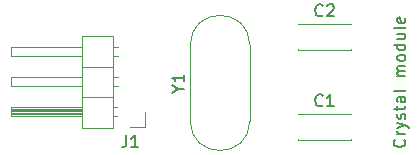
<source format=gbr>
G04 #@! TF.GenerationSoftware,KiCad,Pcbnew,5.1.4-3.fc30*
G04 #@! TF.CreationDate,2019-09-27T12:28:18+02:00*
G04 #@! TF.ProjectId,crystal_connector,63727973-7461-46c5-9f63-6f6e6e656374,1.0*
G04 #@! TF.SameCoordinates,Original*
G04 #@! TF.FileFunction,Legend,Top*
G04 #@! TF.FilePolarity,Positive*
%FSLAX46Y46*%
G04 Gerber Fmt 4.6, Leading zero omitted, Abs format (unit mm)*
G04 Created by KiCad (PCBNEW 5.1.4-3.fc30) date 2019-09-27 12:28:18*
%MOMM*%
%LPD*%
G04 APERTURE LIST*
%ADD10C,0.150000*%
%ADD11C,0.120000*%
G04 APERTURE END LIST*
D10*
X157837142Y-88700952D02*
X157884761Y-88748571D01*
X157932380Y-88891428D01*
X157932380Y-88986666D01*
X157884761Y-89129523D01*
X157789523Y-89224761D01*
X157694285Y-89272380D01*
X157503809Y-89320000D01*
X157360952Y-89320000D01*
X157170476Y-89272380D01*
X157075238Y-89224761D01*
X156980000Y-89129523D01*
X156932380Y-88986666D01*
X156932380Y-88891428D01*
X156980000Y-88748571D01*
X157027619Y-88700952D01*
X157932380Y-88272380D02*
X157265714Y-88272380D01*
X157456190Y-88272380D02*
X157360952Y-88224761D01*
X157313333Y-88177142D01*
X157265714Y-88081904D01*
X157265714Y-87986666D01*
X157265714Y-87748571D02*
X157932380Y-87510476D01*
X157265714Y-87272380D02*
X157932380Y-87510476D01*
X158170476Y-87605714D01*
X158218095Y-87653333D01*
X158265714Y-87748571D01*
X157884761Y-86939047D02*
X157932380Y-86843809D01*
X157932380Y-86653333D01*
X157884761Y-86558095D01*
X157789523Y-86510476D01*
X157741904Y-86510476D01*
X157646666Y-86558095D01*
X157599047Y-86653333D01*
X157599047Y-86796190D01*
X157551428Y-86891428D01*
X157456190Y-86939047D01*
X157408571Y-86939047D01*
X157313333Y-86891428D01*
X157265714Y-86796190D01*
X157265714Y-86653333D01*
X157313333Y-86558095D01*
X157265714Y-86224761D02*
X157265714Y-85843809D01*
X156932380Y-86081904D02*
X157789523Y-86081904D01*
X157884761Y-86034285D01*
X157932380Y-85939047D01*
X157932380Y-85843809D01*
X157932380Y-85081904D02*
X157408571Y-85081904D01*
X157313333Y-85129523D01*
X157265714Y-85224761D01*
X157265714Y-85415238D01*
X157313333Y-85510476D01*
X157884761Y-85081904D02*
X157932380Y-85177142D01*
X157932380Y-85415238D01*
X157884761Y-85510476D01*
X157789523Y-85558095D01*
X157694285Y-85558095D01*
X157599047Y-85510476D01*
X157551428Y-85415238D01*
X157551428Y-85177142D01*
X157503809Y-85081904D01*
X157932380Y-84462857D02*
X157884761Y-84558095D01*
X157789523Y-84605714D01*
X156932380Y-84605714D01*
X157932380Y-83320000D02*
X157265714Y-83320000D01*
X157360952Y-83320000D02*
X157313333Y-83272380D01*
X157265714Y-83177142D01*
X157265714Y-83034285D01*
X157313333Y-82939047D01*
X157408571Y-82891428D01*
X157932380Y-82891428D01*
X157408571Y-82891428D02*
X157313333Y-82843809D01*
X157265714Y-82748571D01*
X157265714Y-82605714D01*
X157313333Y-82510476D01*
X157408571Y-82462857D01*
X157932380Y-82462857D01*
X157932380Y-81843809D02*
X157884761Y-81939047D01*
X157837142Y-81986666D01*
X157741904Y-82034285D01*
X157456190Y-82034285D01*
X157360952Y-81986666D01*
X157313333Y-81939047D01*
X157265714Y-81843809D01*
X157265714Y-81700952D01*
X157313333Y-81605714D01*
X157360952Y-81558095D01*
X157456190Y-81510476D01*
X157741904Y-81510476D01*
X157837142Y-81558095D01*
X157884761Y-81605714D01*
X157932380Y-81700952D01*
X157932380Y-81843809D01*
X157932380Y-80653333D02*
X156932380Y-80653333D01*
X157884761Y-80653333D02*
X157932380Y-80748571D01*
X157932380Y-80939047D01*
X157884761Y-81034285D01*
X157837142Y-81081904D01*
X157741904Y-81129523D01*
X157456190Y-81129523D01*
X157360952Y-81081904D01*
X157313333Y-81034285D01*
X157265714Y-80939047D01*
X157265714Y-80748571D01*
X157313333Y-80653333D01*
X157265714Y-79748571D02*
X157932380Y-79748571D01*
X157265714Y-80177142D02*
X157789523Y-80177142D01*
X157884761Y-80129523D01*
X157932380Y-80034285D01*
X157932380Y-79891428D01*
X157884761Y-79796190D01*
X157837142Y-79748571D01*
X157932380Y-79129523D02*
X157884761Y-79224761D01*
X157789523Y-79272380D01*
X156932380Y-79272380D01*
X157884761Y-78367619D02*
X157932380Y-78462857D01*
X157932380Y-78653333D01*
X157884761Y-78748571D01*
X157789523Y-78796190D01*
X157408571Y-78796190D01*
X157313333Y-78748571D01*
X157265714Y-78653333D01*
X157265714Y-78462857D01*
X157313333Y-78367619D01*
X157408571Y-78320000D01*
X157503809Y-78320000D01*
X157599047Y-78796190D01*
D11*
X148820000Y-86560000D02*
X153360000Y-86560000D01*
X148820000Y-88700000D02*
X153360000Y-88700000D01*
X148820000Y-86560000D02*
X148820000Y-86575000D01*
X148820000Y-88685000D02*
X148820000Y-88700000D01*
X153360000Y-86560000D02*
X153360000Y-86575000D01*
X153360000Y-88685000D02*
X153360000Y-88700000D01*
X153360000Y-81065000D02*
X153360000Y-81080000D01*
X153360000Y-78940000D02*
X153360000Y-78955000D01*
X148820000Y-81065000D02*
X148820000Y-81080000D01*
X148820000Y-78940000D02*
X148820000Y-78955000D01*
X148820000Y-81080000D02*
X153360000Y-81080000D01*
X148820000Y-78940000D02*
X153360000Y-78940000D01*
X133180000Y-87690000D02*
X133180000Y-79950000D01*
X133180000Y-79950000D02*
X130520000Y-79950000D01*
X130520000Y-79950000D02*
X130520000Y-87690000D01*
X130520000Y-87690000D02*
X133180000Y-87690000D01*
X130520000Y-86740000D02*
X124520000Y-86740000D01*
X124520000Y-86740000D02*
X124520000Y-85980000D01*
X124520000Y-85980000D02*
X130520000Y-85980000D01*
X130520000Y-86680000D02*
X124520000Y-86680000D01*
X130520000Y-86560000D02*
X124520000Y-86560000D01*
X130520000Y-86440000D02*
X124520000Y-86440000D01*
X130520000Y-86320000D02*
X124520000Y-86320000D01*
X130520000Y-86200000D02*
X124520000Y-86200000D01*
X130520000Y-86080000D02*
X124520000Y-86080000D01*
X133510000Y-86740000D02*
X133180000Y-86740000D01*
X133510000Y-85980000D02*
X133180000Y-85980000D01*
X133180000Y-85090000D02*
X130520000Y-85090000D01*
X130520000Y-84200000D02*
X124520000Y-84200000D01*
X124520000Y-84200000D02*
X124520000Y-83440000D01*
X124520000Y-83440000D02*
X130520000Y-83440000D01*
X133577071Y-84200000D02*
X133180000Y-84200000D01*
X133577071Y-83440000D02*
X133180000Y-83440000D01*
X133180000Y-82550000D02*
X130520000Y-82550000D01*
X130520000Y-81660000D02*
X124520000Y-81660000D01*
X124520000Y-81660000D02*
X124520000Y-80900000D01*
X124520000Y-80900000D02*
X130520000Y-80900000D01*
X133577071Y-81660000D02*
X133180000Y-81660000D01*
X133577071Y-80900000D02*
X133180000Y-80900000D01*
X135890000Y-86360000D02*
X135890000Y-87630000D01*
X135890000Y-87630000D02*
X134620000Y-87630000D01*
X139715000Y-87110000D02*
X139715000Y-80710000D01*
X144765000Y-87110000D02*
X144765000Y-80710000D01*
X144765000Y-87110000D02*
G75*
G02X139715000Y-87110000I-2525000J0D01*
G01*
X144765000Y-80710000D02*
G75*
G03X139715000Y-80710000I-2525000J0D01*
G01*
D10*
X150923333Y-85787142D02*
X150875714Y-85834761D01*
X150732857Y-85882380D01*
X150637619Y-85882380D01*
X150494761Y-85834761D01*
X150399523Y-85739523D01*
X150351904Y-85644285D01*
X150304285Y-85453809D01*
X150304285Y-85310952D01*
X150351904Y-85120476D01*
X150399523Y-85025238D01*
X150494761Y-84930000D01*
X150637619Y-84882380D01*
X150732857Y-84882380D01*
X150875714Y-84930000D01*
X150923333Y-84977619D01*
X151875714Y-85882380D02*
X151304285Y-85882380D01*
X151590000Y-85882380D02*
X151590000Y-84882380D01*
X151494761Y-85025238D01*
X151399523Y-85120476D01*
X151304285Y-85168095D01*
X150923333Y-78167142D02*
X150875714Y-78214761D01*
X150732857Y-78262380D01*
X150637619Y-78262380D01*
X150494761Y-78214761D01*
X150399523Y-78119523D01*
X150351904Y-78024285D01*
X150304285Y-77833809D01*
X150304285Y-77690952D01*
X150351904Y-77500476D01*
X150399523Y-77405238D01*
X150494761Y-77310000D01*
X150637619Y-77262380D01*
X150732857Y-77262380D01*
X150875714Y-77310000D01*
X150923333Y-77357619D01*
X151304285Y-77357619D02*
X151351904Y-77310000D01*
X151447142Y-77262380D01*
X151685238Y-77262380D01*
X151780476Y-77310000D01*
X151828095Y-77357619D01*
X151875714Y-77452857D01*
X151875714Y-77548095D01*
X151828095Y-77690952D01*
X151256666Y-78262380D01*
X151875714Y-78262380D01*
X134286666Y-88352380D02*
X134286666Y-89066666D01*
X134239047Y-89209523D01*
X134143809Y-89304761D01*
X134000952Y-89352380D01*
X133905714Y-89352380D01*
X135286666Y-89352380D02*
X134715238Y-89352380D01*
X135000952Y-89352380D02*
X135000952Y-88352380D01*
X134905714Y-88495238D01*
X134810476Y-88590476D01*
X134715238Y-88638095D01*
X138691190Y-84386190D02*
X139167380Y-84386190D01*
X138167380Y-84719523D02*
X138691190Y-84386190D01*
X138167380Y-84052857D01*
X139167380Y-83195714D02*
X139167380Y-83767142D01*
X139167380Y-83481428D02*
X138167380Y-83481428D01*
X138310238Y-83576666D01*
X138405476Y-83671904D01*
X138453095Y-83767142D01*
M02*

</source>
